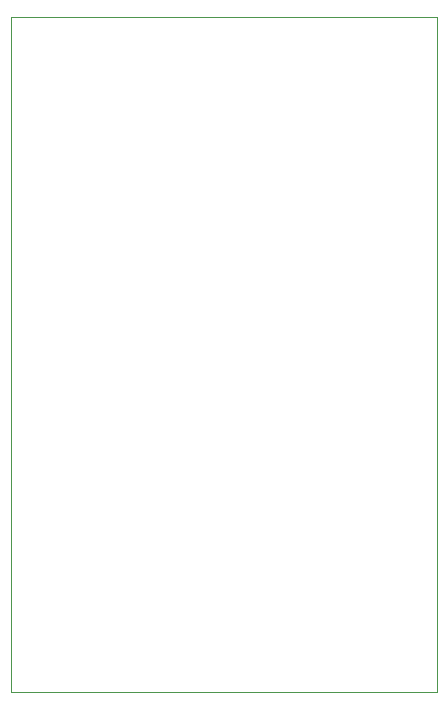
<source format=gbr>
%TF.GenerationSoftware,KiCad,Pcbnew,(5.1.10)-1*%
%TF.CreationDate,2024-05-08T08:18:54+02:00*%
%TF.ProjectId,KC85-FDD_OUT,4b433835-2d46-4444-945f-4f55542e6b69,rev?*%
%TF.SameCoordinates,Original*%
%TF.FileFunction,Profile,NP*%
%FSLAX46Y46*%
G04 Gerber Fmt 4.6, Leading zero omitted, Abs format (unit mm)*
G04 Created by KiCad (PCBNEW (5.1.10)-1) date 2024-05-08 08:18:54*
%MOMM*%
%LPD*%
G01*
G04 APERTURE LIST*
%TA.AperFunction,Profile*%
%ADD10C,0.050000*%
%TD*%
G04 APERTURE END LIST*
D10*
X91440000Y-92710000D02*
X91440000Y-149860000D01*
X127508000Y-92710000D02*
X91440000Y-92710000D01*
X127508000Y-149860000D02*
X127508000Y-92710000D01*
X91440000Y-149860000D02*
X127508000Y-149860000D01*
M02*

</source>
